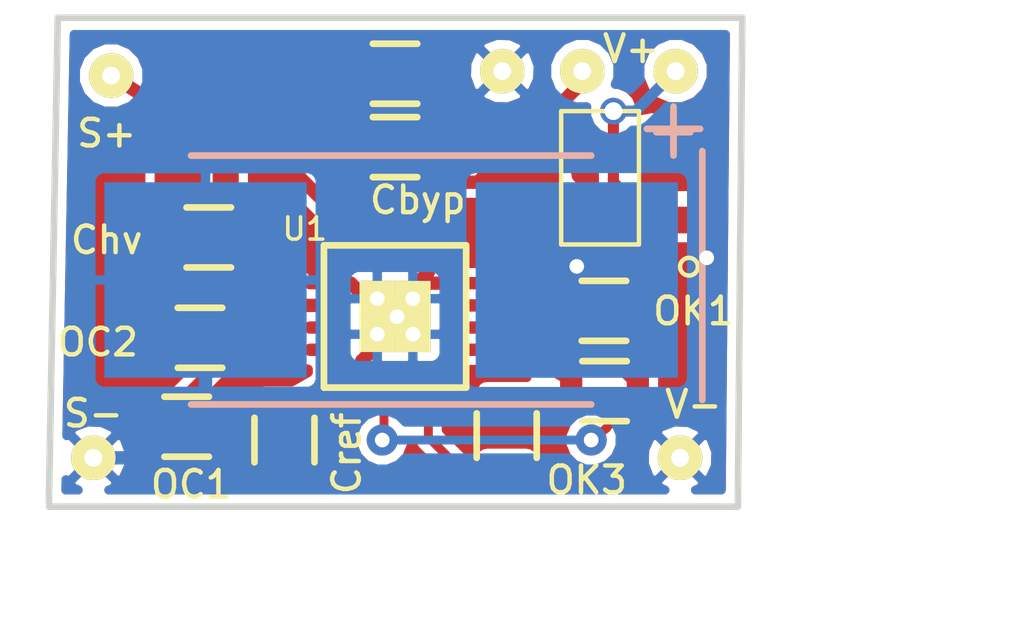
<source format=kicad_pcb>
(kicad_pcb (version 4) (host pcbnew 4.0.1-stable)

  (general
    (links 46)
    (no_connects 1)
    (area 137.593667 96.06598 168.499334 113.165)
    (thickness 1.6)
    (drawings 4)
    (tracks 104)
    (zones 0)
    (modules 19)
    (nets 13)
  )

  (page A4)
  (layers
    (0 F.Cu signal)
    (31 B.Cu signal hide)
    (32 B.Adhes user hide)
    (33 F.Adhes user hide)
    (34 B.Paste user hide)
    (35 F.Paste user hide)
    (36 B.SilkS user hide)
    (37 F.SilkS user)
    (38 B.Mask user)
    (39 F.Mask user)
    (40 Dwgs.User user)
    (41 Cmts.User user)
    (42 Eco1.User user)
    (43 Eco2.User user)
    (44 Edge.Cuts user)
    (45 Margin user)
    (46 B.CrtYd user)
    (47 F.CrtYd user)
    (48 B.Fab user)
    (49 F.Fab user)
  )

  (setup
    (last_trace_width 0.25)
    (trace_clearance 0.2)
    (zone_clearance 0.2)
    (zone_45_only no)
    (trace_min 0.2)
    (segment_width 0.2)
    (edge_width 0.15)
    (via_size 0.6)
    (via_drill 0.4)
    (via_min_size 0.4)
    (via_min_drill 0.3)
    (uvia_size 0.3)
    (uvia_drill 0.1)
    (uvias_allowed no)
    (uvia_min_size 0.2)
    (uvia_min_drill 0.1)
    (pcb_text_width 0.3)
    (pcb_text_size 1.5 1.5)
    (mod_edge_width 0.15)
    (mod_text_size 1 1)
    (mod_text_width 0.15)
    (pad_size 1.6002 1.6002)
    (pad_drill 0)
    (pad_to_mask_clearance 0.05)
    (solder_mask_min_width 0.1)
    (pad_to_paste_clearance -0.05)
    (aux_axis_origin 158.75 100.965)
    (grid_origin 143.002 110.49)
    (visible_elements FFFE7F7F)
    (pcbplotparams
      (layerselection 0x010e8_80000001)
      (usegerberextensions false)
      (excludeedgelayer true)
      (linewidth 0.100000)
      (plotframeref false)
      (viasonmask false)
      (mode 1)
      (useauxorigin false)
      (hpglpennumber 1)
      (hpglpenspeed 20)
      (hpglpendiameter 15)
      (hpglpenoverlay 2)
      (psnegative false)
      (psa4output false)
      (plotreference true)
      (plotvalue false)
      (plotinvisibletext false)
      (padsonsilk false)
      (subtractmaskfromsilk false)
      (outputformat 1)
      (mirror false)
      (drillshape 0)
      (scaleselection 1)
      (outputdirectory Gerber/))
  )

  (net 0 "")
  (net 1 bat)
  (net 2 GNDPWR)
  (net 3 vstor)
  (net 4 vin)
  (net 5 vref)
  (net 6 lbst)
  (net 7 bat_ok)
  (net 8 mppt)
  (net 9 ok_prog)
  (net 10 ok_hyst)
  (net 11 rdiv)
  (net 12 SwitchedPower)

  (net_class Default "This is the default net class."
    (clearance 0.2)
    (trace_width 0.25)
    (via_dia 0.6)
    (via_drill 0.4)
    (uvia_dia 0.3)
    (uvia_drill 0.1)
    (add_net SwitchedPower)
  )

  (net_class OSHpark ""
    (clearance 0.2)
    (trace_width 0.2)
    (via_dia 0.7)
    (via_drill 0.33)
    (uvia_dia 0.3)
    (uvia_drill 0.1)
  )

  (net_class logic ""
    (clearance 0.2)
    (trace_width 0.2)
    (via_dia 0.7)
    (via_drill 0.33)
    (uvia_dia 0.3)
    (uvia_drill 0.1)
    (add_net bat_ok)
    (add_net mppt)
    (add_net ok_hyst)
    (add_net ok_prog)
    (add_net rdiv)
    (add_net vref)
  )

  (net_class power ""
    (clearance 0.19)
    (trace_width 0.3)
    (via_dia 0.7)
    (via_drill 0.33)
    (uvia_dia 0.3)
    (uvia_drill 0.1)
    (add_net GNDPWR)
    (add_net bat)
    (add_net lbst)
    (add_net vin)
    (add_net vstor)
  )

  (module myFootprints:TH400nm (layer F.Cu) (tedit 587A4A90) (tstamp 55D0F9EB)
    (at 162.491 112.19)
    (path /55CF5210)
    (fp_text reference BatGnd1 (at -10.189 -14.4) (layer F.SilkS) hide
      (effects (font (size 0.6 0.6) (thickness 0.1)))
    )
    (fp_text value CONN_01X01 (at 0.9 0) (layer F.Fab) hide
      (effects (font (size 1 1) (thickness 0.15)))
    )
    (pad 1 thru_hole circle (at -11.489 -12.3) (size 1 1) (drill 0.4) (layers *.Cu *.Mask F.SilkS)
      (net 2 GNDPWR))
  )

  (module Resistors_SMD:R_0603 placed (layer F.Cu) (tedit 587A4234) (tstamp 55D0E126)
    (at 148.59 101.6)
    (descr "Resistor SMD 0603, reflow soldering, Vishay (see dcrcw.pdf)")
    (tags "resistor 0603")
    (path /55CF49F9)
    (attr smd)
    (fp_text reference Cbyp (at 0.512 1.19) (layer F.SilkS)
      (effects (font (size 0.6 0.6) (thickness 0.1)))
    )
    (fp_text value 0.01uF (at 0 1.9) (layer F.Fab)
      (effects (font (size 1 1) (thickness 0.15)))
    )
    (fp_line (start -1.3 -0.8) (end 1.3 -0.8) (layer F.CrtYd) (width 0.05))
    (fp_line (start -1.3 0.8) (end 1.3 0.8) (layer F.CrtYd) (width 0.05))
    (fp_line (start -1.3 -0.8) (end -1.3 0.8) (layer F.CrtYd) (width 0.05))
    (fp_line (start 1.3 -0.8) (end 1.3 0.8) (layer F.CrtYd) (width 0.05))
    (fp_line (start 0.5 0.675) (end -0.5 0.675) (layer F.SilkS) (width 0.15))
    (fp_line (start -0.5 -0.675) (end 0.5 -0.675) (layer F.SilkS) (width 0.15))
    (pad 1 smd rect (at -0.75 0) (size 0.5 0.9) (layers F.Cu F.Paste F.Mask)
      (net 3 vstor))
    (pad 2 smd rect (at 0.75 0) (size 0.5 0.9) (layers F.Cu F.Paste F.Mask)
      (net 2 GNDPWR))
    (model Resistors_SMD.3dshapes/R_0603.wrl
      (at (xyz 0 0 0))
      (scale (xyz 1 1 1))
      (rotate (xyz 0 0 0))
    )
  )

  (module Resistors_SMD:R_0603 placed (layer F.Cu) (tedit 587A407C) (tstamp 55D0E132)
    (at 144.399 103.632)
    (descr "Resistor SMD 0603, reflow soldering, Vishay (see dcrcw.pdf)")
    (tags "resistor 0603")
    (path /55CF42CB)
    (attr smd)
    (fp_text reference Chv (at -2.297 0.058) (layer F.SilkS)
      (effects (font (size 0.6 0.6) (thickness 0.1)))
    )
    (fp_text value 4.7uF (at 0 1.9) (layer F.Fab)
      (effects (font (size 1 1) (thickness 0.15)))
    )
    (fp_line (start -1.3 -0.8) (end 1.3 -0.8) (layer F.CrtYd) (width 0.05))
    (fp_line (start -1.3 0.8) (end 1.3 0.8) (layer F.CrtYd) (width 0.05))
    (fp_line (start -1.3 -0.8) (end -1.3 0.8) (layer F.CrtYd) (width 0.05))
    (fp_line (start 1.3 -0.8) (end 1.3 0.8) (layer F.CrtYd) (width 0.05))
    (fp_line (start 0.5 0.675) (end -0.5 0.675) (layer F.SilkS) (width 0.15))
    (fp_line (start -0.5 -0.675) (end 0.5 -0.675) (layer F.SilkS) (width 0.15))
    (pad 1 smd rect (at -0.75 0) (size 0.5 0.9) (layers F.Cu F.Paste F.Mask)
      (net 4 vin))
    (pad 2 smd rect (at 0.75 0) (size 0.5 0.9) (layers F.Cu F.Paste F.Mask)
      (net 2 GNDPWR))
    (model Resistors_SMD.3dshapes/R_0603.wrl
      (at (xyz 0 0 0))
      (scale (xyz 1 1 1))
      (rotate (xyz 0 0 0))
    )
  )

  (module Resistors_SMD:R_0603 placed (layer F.Cu) (tedit 587A48A2) (tstamp 55D0E13E)
    (at 146.102 108.19 270)
    (descr "Resistor SMD 0603, reflow soldering, Vishay (see dcrcw.pdf)")
    (tags "resistor 0603")
    (path /55CF420A)
    (attr smd)
    (fp_text reference Cref (at 0.3 -1.4 270) (layer F.SilkS)
      (effects (font (size 0.6 0.6) (thickness 0.1)))
    )
    (fp_text value 0.01uF (at 0 1.9 270) (layer F.Fab)
      (effects (font (size 1 1) (thickness 0.15)))
    )
    (fp_line (start -1.3 -0.8) (end 1.3 -0.8) (layer F.CrtYd) (width 0.05))
    (fp_line (start -1.3 0.8) (end 1.3 0.8) (layer F.CrtYd) (width 0.05))
    (fp_line (start -1.3 -0.8) (end -1.3 0.8) (layer F.CrtYd) (width 0.05))
    (fp_line (start 1.3 -0.8) (end 1.3 0.8) (layer F.CrtYd) (width 0.05))
    (fp_line (start 0.5 0.675) (end -0.5 0.675) (layer F.SilkS) (width 0.15))
    (fp_line (start -0.5 -0.675) (end 0.5 -0.675) (layer F.SilkS) (width 0.15))
    (pad 1 smd rect (at -0.75 0 270) (size 0.5 0.9) (layers F.Cu F.Paste F.Mask)
      (net 5 vref))
    (pad 2 smd rect (at 0.75 0 270) (size 0.5 0.9) (layers F.Cu F.Paste F.Mask)
      (net 2 GNDPWR))
    (model Resistors_SMD.3dshapes/R_0603.wrl
      (at (xyz 0 0 0))
      (scale (xyz 1 1 1))
      (rotate (xyz 0 0 0))
    )
  )

  (module Resistors_SMD:R_0603 placed (layer F.Cu) (tedit 587A4034) (tstamp 55D0E14A)
    (at 148.59 99.949)
    (descr "Resistor SMD 0603, reflow soldering, Vishay (see dcrcw.pdf)")
    (tags "resistor 0603")
    (path /55CF49A3)
    (attr smd)
    (fp_text reference Cstor1 (at 0 -1.9) (layer F.SilkS) hide
      (effects (font (size 1 1) (thickness 0.15)))
    )
    (fp_text value 4.7uF (at 0 1.9) (layer F.Fab)
      (effects (font (size 1 1) (thickness 0.15)))
    )
    (fp_line (start -1.3 -0.8) (end 1.3 -0.8) (layer F.CrtYd) (width 0.05))
    (fp_line (start -1.3 0.8) (end 1.3 0.8) (layer F.CrtYd) (width 0.05))
    (fp_line (start -1.3 -0.8) (end -1.3 0.8) (layer F.CrtYd) (width 0.05))
    (fp_line (start 1.3 -0.8) (end 1.3 0.8) (layer F.CrtYd) (width 0.05))
    (fp_line (start 0.5 0.675) (end -0.5 0.675) (layer F.SilkS) (width 0.15))
    (fp_line (start -0.5 -0.675) (end 0.5 -0.675) (layer F.SilkS) (width 0.15))
    (pad 1 smd rect (at -0.75 0) (size 0.5 0.9) (layers F.Cu F.Paste F.Mask)
      (net 3 vstor))
    (pad 2 smd rect (at 0.75 0) (size 0.5 0.9) (layers F.Cu F.Paste F.Mask)
      (net 2 GNDPWR))
    (model Resistors_SMD.3dshapes/R_0603.wrl
      (at (xyz 0 0 0))
      (scale (xyz 1 1 1))
      (rotate (xyz 0 0 0))
    )
  )

  (module Resistors_SMD:R_0603 placed (layer F.Cu) (tedit 587A42EC) (tstamp 55D0E195)
    (at 143.902 107.89)
    (descr "Resistor SMD 0603, reflow soldering, Vishay (see dcrcw.pdf)")
    (tags "resistor 0603")
    (path /55CF3C12)
    (attr smd)
    (fp_text reference OC1 (at 0.1 1.3) (layer F.SilkS)
      (effects (font (size 0.6 0.6) (thickness 0.1)))
    )
    (fp_text value R (at 0 1.9) (layer F.Fab)
      (effects (font (size 1 1) (thickness 0.15)))
    )
    (fp_line (start -1.3 -0.8) (end 1.3 -0.8) (layer F.CrtYd) (width 0.05))
    (fp_line (start -1.3 0.8) (end 1.3 0.8) (layer F.CrtYd) (width 0.05))
    (fp_line (start -1.3 -0.8) (end -1.3 0.8) (layer F.CrtYd) (width 0.05))
    (fp_line (start 1.3 -0.8) (end 1.3 0.8) (layer F.CrtYd) (width 0.05))
    (fp_line (start 0.5 0.675) (end -0.5 0.675) (layer F.SilkS) (width 0.15))
    (fp_line (start -0.5 -0.675) (end 0.5 -0.675) (layer F.SilkS) (width 0.15))
    (pad 1 smd rect (at -0.75 0) (size 0.5 0.9) (layers F.Cu F.Paste F.Mask)
      (net 8 mppt))
    (pad 2 smd rect (at 0.75 0) (size 0.5 0.9) (layers F.Cu F.Paste F.Mask)
      (net 2 GNDPWR))
    (model Resistors_SMD.3dshapes/R_0603.wrl
      (at (xyz 0 0 0))
      (scale (xyz 1 1 1))
      (rotate (xyz 0 0 0))
    )
  )

  (module Resistors_SMD:R_0603 placed (layer F.Cu) (tedit 587A4085) (tstamp 55D0E1A1)
    (at 144.202 105.89)
    (descr "Resistor SMD 0603, reflow soldering, Vishay (see dcrcw.pdf)")
    (tags "resistor 0603")
    (path /55CF3BF5)
    (attr smd)
    (fp_text reference OC2 (at -2.3 0.1) (layer F.SilkS)
      (effects (font (size 0.6 0.6) (thickness 0.1)))
    )
    (fp_text value R (at 0 1.9) (layer F.Fab)
      (effects (font (size 1 1) (thickness 0.15)))
    )
    (fp_line (start -1.3 -0.8) (end 1.3 -0.8) (layer F.CrtYd) (width 0.05))
    (fp_line (start -1.3 0.8) (end 1.3 0.8) (layer F.CrtYd) (width 0.05))
    (fp_line (start -1.3 -0.8) (end -1.3 0.8) (layer F.CrtYd) (width 0.05))
    (fp_line (start 1.3 -0.8) (end 1.3 0.8) (layer F.CrtYd) (width 0.05))
    (fp_line (start 0.5 0.675) (end -0.5 0.675) (layer F.SilkS) (width 0.15))
    (fp_line (start -0.5 -0.675) (end 0.5 -0.675) (layer F.SilkS) (width 0.15))
    (pad 1 smd rect (at -0.75 0) (size 0.5 0.9) (layers F.Cu F.Paste F.Mask)
      (net 4 vin))
    (pad 2 smd rect (at 0.75 0) (size 0.5 0.9) (layers F.Cu F.Paste F.Mask)
      (net 8 mppt))
    (model Resistors_SMD.3dshapes/R_0603.wrl
      (at (xyz 0 0 0))
      (scale (xyz 1 1 1))
      (rotate (xyz 0 0 0))
    )
  )

  (module Resistors_SMD:R_0603 placed (layer F.Cu) (tedit 587A4114) (tstamp 55D0E1AD)
    (at 153.289 105.283)
    (descr "Resistor SMD 0603, reflow soldering, Vishay (see dcrcw.pdf)")
    (tags "resistor 0603")
    (path /55CF3CA6)
    (attr smd)
    (fp_text reference OK1 (at 2.013 0.007) (layer F.SilkS)
      (effects (font (size 0.6 0.6) (thickness 0.1)))
    )
    (fp_text value R (at 0 1.9) (layer F.Fab)
      (effects (font (size 1 1) (thickness 0.15)))
    )
    (fp_line (start -1.3 -0.8) (end 1.3 -0.8) (layer F.CrtYd) (width 0.05))
    (fp_line (start -1.3 0.8) (end 1.3 0.8) (layer F.CrtYd) (width 0.05))
    (fp_line (start -1.3 -0.8) (end -1.3 0.8) (layer F.CrtYd) (width 0.05))
    (fp_line (start 1.3 -0.8) (end 1.3 0.8) (layer F.CrtYd) (width 0.05))
    (fp_line (start 0.5 0.675) (end -0.5 0.675) (layer F.SilkS) (width 0.15))
    (fp_line (start -0.5 -0.675) (end 0.5 -0.675) (layer F.SilkS) (width 0.15))
    (pad 1 smd rect (at -0.75 0) (size 0.5 0.9) (layers F.Cu F.Paste F.Mask)
      (net 9 ok_prog))
    (pad 2 smd rect (at 0.75 0) (size 0.5 0.9) (layers F.Cu F.Paste F.Mask)
      (net 2 GNDPWR))
    (model Resistors_SMD.3dshapes/R_0603.wrl
      (at (xyz 0 0 0))
      (scale (xyz 1 1 1))
      (rotate (xyz 0 0 0))
    )
  )

  (module Resistors_SMD:R_0603 placed (layer F.Cu) (tedit 587A40CE) (tstamp 55D0E1B9)
    (at 153.302 107.09)
    (descr "Resistor SMD 0603, reflow soldering, Vishay (see dcrcw.pdf)")
    (tags "resistor 0603")
    (path /55CF3C7C)
    (attr smd)
    (fp_text reference ROK2 (at 0 -1.9) (layer F.SilkS) hide
      (effects (font (size 1 1) (thickness 0.15)))
    )
    (fp_text value R (at 0 1.9) (layer F.Fab)
      (effects (font (size 1 1) (thickness 0.15)))
    )
    (fp_line (start -1.3 -0.8) (end 1.3 -0.8) (layer F.CrtYd) (width 0.05))
    (fp_line (start -1.3 0.8) (end 1.3 0.8) (layer F.CrtYd) (width 0.05))
    (fp_line (start -1.3 -0.8) (end -1.3 0.8) (layer F.CrtYd) (width 0.05))
    (fp_line (start 1.3 -0.8) (end 1.3 0.8) (layer F.CrtYd) (width 0.05))
    (fp_line (start 0.5 0.675) (end -0.5 0.675) (layer F.SilkS) (width 0.15))
    (fp_line (start -0.5 -0.675) (end 0.5 -0.675) (layer F.SilkS) (width 0.15))
    (pad 1 smd rect (at -0.75 0) (size 0.5 0.9) (layers F.Cu F.Paste F.Mask)
      (net 10 ok_hyst))
    (pad 2 smd rect (at 0.75 0) (size 0.5 0.9) (layers F.Cu F.Paste F.Mask)
      (net 9 ok_prog))
    (model Resistors_SMD.3dshapes/R_0603.wrl
      (at (xyz 0 0 0))
      (scale (xyz 1 1 1))
      (rotate (xyz 0 0 0))
    )
  )

  (module Resistors_SMD:R_0603 placed (layer F.Cu) (tedit 587A4157) (tstamp 55D0E1C5)
    (at 151.102 108.09 90)
    (descr "Resistor SMD 0603, reflow soldering, Vishay (see dcrcw.pdf)")
    (tags "resistor 0603")
    (path /55CF3C3D)
    (attr smd)
    (fp_text reference OK3 (at -1 1.8 180) (layer F.SilkS)
      (effects (font (size 0.6 0.6) (thickness 0.1)))
    )
    (fp_text value R (at 0 1.9 90) (layer F.Fab)
      (effects (font (size 1 1) (thickness 0.15)))
    )
    (fp_line (start -1.3 -0.8) (end 1.3 -0.8) (layer F.CrtYd) (width 0.05))
    (fp_line (start -1.3 0.8) (end 1.3 0.8) (layer F.CrtYd) (width 0.05))
    (fp_line (start -1.3 -0.8) (end -1.3 0.8) (layer F.CrtYd) (width 0.05))
    (fp_line (start 1.3 -0.8) (end 1.3 0.8) (layer F.CrtYd) (width 0.05))
    (fp_line (start 0.5 0.675) (end -0.5 0.675) (layer F.SilkS) (width 0.15))
    (fp_line (start -0.5 -0.675) (end 0.5 -0.675) (layer F.SilkS) (width 0.15))
    (pad 1 smd rect (at -0.75 0 90) (size 0.5 0.9) (layers F.Cu F.Paste F.Mask)
      (net 11 rdiv))
    (pad 2 smd rect (at 0.75 0 90) (size 0.5 0.9) (layers F.Cu F.Paste F.Mask)
      (net 10 ok_hyst))
    (model Resistors_SMD.3dshapes/R_0603.wrl
      (at (xyz 0 0 0))
      (scale (xyz 1 1 1))
      (rotate (xyz 0 0 0))
    )
  )

  (module myFootprints:TH400nm (layer F.Cu) (tedit 587A417F) (tstamp 55D0F9E7)
    (at 152.802 99.89)
    (path /55CF5106)
    (fp_text reference Bat1 (at -0.5 -2.2) (layer F.SilkS) hide
      (effects (font (size 0.6 0.6) (thickness 0.1)))
    )
    (fp_text value Bat (at 0.9 0) (layer F.Fab) hide
      (effects (font (size 1 1) (thickness 0.15)))
    )
    (pad 1 thru_hole circle (at 0 0) (size 1 1) (drill 0.4) (layers *.Cu *.Mask F.SilkS)
      (net 1 bat))
  )

  (module myFootprints:TH400nm (layer F.Cu) (tedit 587A4262) (tstamp 55D0FA00)
    (at 142.202 99.99)
    (path /55CF4631)
    (fp_text reference S+ (at -0.1 1.3) (layer F.SilkS)
      (effects (font (size 0.6 0.6) (thickness 0.1)))
    )
    (fp_text value CONN_01X01 (at 0.9 0) (layer F.Fab) hide
      (effects (font (size 1 1) (thickness 0.15)))
    )
    (pad 1 thru_hole circle (at 0 0) (size 1 1) (drill 0.4) (layers *.Cu *.Mask F.SilkS)
      (net 4 vin))
  )

  (module myFootprints:TH400nm (layer F.Cu) (tedit 587A425A) (tstamp 55D0FA04)
    (at 141.802 108.59)
    (path /55CF477D)
    (fp_text reference S- (at 0 -1) (layer F.SilkS)
      (effects (font (size 0.6 0.6) (thickness 0.1)))
    )
    (fp_text value CONN_01X01 (at 0.9 0) (layer F.Fab) hide
      (effects (font (size 1 1) (thickness 0.15)))
    )
    (pad 1 thru_hole circle (at 0 0) (size 1 1) (drill 0.4) (layers *.Cu *.Mask F.SilkS)
      (net 2 GNDPWR))
  )

  (module myFootprints:SOT23-6Handsolderable (layer F.Cu) (tedit 587A4122) (tstamp 58792686)
    (at 153.202 102.29 180)
    (descr "6 pins, \"Small Outline Transistor\"\nbased on Texas Instruments package named: DBV\nTypical part Texas Instruments TPS22860\nDiscrepancy from TI recommendations: rounded pads")
    (path /58792899)
    (fp_text reference U2 (at 0 -2.2 180) (layer F.SilkS) hide
      (effects (font (size 0.625 0.625) (thickness 0.1)))
    )
    (fp_text value TPS22860 (at 0 2.2 180) (layer F.SilkS) hide
      (effects (font (size 0.625 0.625) (thickness 0.1)))
    )
    (fp_line (start -0.875 1.5) (end 0.875 1.5) (layer F.SilkS) (width 0.1))
    (fp_line (start 0.875 1.5) (end 0.875 -1.5) (layer F.SilkS) (width 0.1))
    (fp_line (start 0.875 -1.5) (end -0.875 -1.5) (layer F.SilkS) (width 0.1))
    (fp_line (start -0.875 -1.5) (end -0.875 1.5) (layer F.SilkS) (width 0.1))
    (fp_circle (center -2 -2) (end -1.858579 -1.858579) (layer F.SilkS) (width 0.1))
    (pad 1 smd oval (at -1.6 -0.95) (size 1.5 0.6) (layers F.Cu F.Paste F.Mask)
      (net 12 SwitchedPower))
    (pad 2 smd oval (at -1.6 0) (size 1.5 0.6) (layers F.Cu F.Paste F.Mask)
      (net 2 GNDPWR))
    (pad 3 smd oval (at -1.6 0.95) (size 1.5 0.6) (layers F.Cu F.Paste F.Mask))
    (pad 4 smd oval (at 1.6 0.95 180) (size 1.5 0.6) (layers F.Cu F.Paste F.Mask)
      (net 1 bat))
    (pad 5 smd oval (at 1.6 0 180) (size 1.5 0.6) (layers F.Cu F.Paste F.Mask)
      (net 1 bat))
    (pad 6 smd oval (at 1.6 -0.95 180) (size 1.5 0.6) (layers F.Cu F.Paste F.Mask)
      (net 7 bat_ok))
  )

  (module myFootprints:TH400nm (layer F.Cu) (tedit 587A4194) (tstamp 5879268B)
    (at 154.902 99.89)
    (path /55CF516A)
    (fp_text reference V+ (at -1 -0.5) (layer F.SilkS)
      (effects (font (size 0.6 0.6) (thickness 0.1)))
    )
    (fp_text value M- (at 0.9 0) (layer F.Fab) hide
      (effects (font (size 1 1) (thickness 0.15)))
    )
    (pad 1 thru_hole circle (at 0 0) (size 1 1) (drill 0.4) (layers *.Cu *.Mask F.SilkS)
      (net 12 SwitchedPower))
  )

  (module myFootprints:TH400nm (layer F.Cu) (tedit 587A40C2) (tstamp 58792690)
    (at 154.702 110.69)
    (path /55CF51BB)
    (fp_text reference V- (at 0.6 -3.3) (layer F.SilkS)
      (effects (font (size 0.6 0.6) (thickness 0.1)))
    )
    (fp_text value M+ (at 0.9 0) (layer F.Fab) hide
      (effects (font (size 1 1) (thickness 0.15)))
    )
    (pad 1 thru_hole circle (at 0.3 -2.1) (size 1 1) (drill 0.4) (layers *.Cu *.Mask F.SilkS)
      (net 2 GNDPWR))
  )

  (module Capacitors_Tantalum_SMD:TantalC_SizeE_EIA-7360_HandSoldering (layer B.Cu) (tedit 5879609D) (tstamp 58792F3A)
    (at 148.502 104.59 180)
    (descr "Tantal Cap. , Size E, EIA-7360, Hand Soldering,")
    (tags "Tantal Cap. , Size E, EIA-7360, Hand Soldering,")
    (path /58792EBD)
    (attr smd)
    (fp_text reference CBat1 (at -0.39878 7.39902 180) (layer B.SilkS) hide
      (effects (font (size 1 1) (thickness 0.15)) (justify mirror))
    )
    (fp_text value CP (at 0 -4.50088 180) (layer B.Fab)
      (effects (font (size 1 1) (thickness 0.15)) (justify mirror))
    )
    (fp_line (start -7.00024 2.90068) (end -7.00024 -2.69748) (layer B.SilkS) (width 0.15))
    (fp_line (start -4.50088 -2.79908) (end 4.50088 -2.79908) (layer B.SilkS) (width 0.15))
    (fp_line (start 4.50088 2.79908) (end -4.50088 2.79908) (layer B.SilkS) (width 0.15))
    (fp_text user + (at -6.35 3.39852 180) (layer B.SilkS)
      (effects (font (size 1 1) (thickness 0.15)) (justify mirror))
    )
    (fp_line (start -6.35254 3.90144) (end -6.35254 2.80162) (layer B.SilkS) (width 0.15))
    (fp_line (start -6.95198 3.40106) (end -5.7531 3.40106) (layer B.SilkS) (width 0.15))
    (pad 2 smd rect (at 4.17576 0 180) (size 4.54914 4.39928) (layers B.Cu B.Paste B.Mask)
      (net 2 GNDPWR))
    (pad 1 smd rect (at -4.17576 0 180) (size 4.54914 4.39928) (layers B.Cu B.Paste B.Mask)
      (net 1 bat))
    (model Capacitors_Tantalum_SMD.3dshapes/TantalC_SizeE_EIA-7360_HandSoldering.wrl
      (at (xyz 0 0 0))
      (scale (xyz 1 1 1))
      (rotate (xyz 0 0 180))
    )
  )

  (module myFootprints:QFN16thermalpasted (layer F.Cu) (tedit 55D4C881) (tstamp 58792F40)
    (at 148.59 105.41)
    (path /55CB697C)
    (fp_text reference U1 (at -2.032 -1.9685) (layer F.SilkS)
      (effects (font (size 0.5 0.5) (thickness 0.08)))
    )
    (fp_text value BQ25504 (at 0.1905 -3.3655) (layer F.SilkS) hide
      (effects (font (size 1.016 1.016) (thickness 0.1524)))
    )
    (fp_line (start -1.6 -1.6) (end -1.6 1.6) (layer F.SilkS) (width 0.15))
    (fp_line (start 1.6 1.6) (end 1.6 -1.6) (layer F.SilkS) (width 0.15))
    (fp_line (start -1.6 1.6) (end 1.6 1.6) (layer F.SilkS) (width 0.15))
    (fp_line (start -1.6 -1.6) (end 1.6 -1.6) (layer F.SilkS) (width 0.15))
    (pad 17 thru_hole rect (at -0.4 0.4) (size 0.8 0.8) (drill 0.33) (layers *.Cu *.Mask F.SilkS)
      (net 2 GNDPWR))
    (pad 17 thru_hole rect (at -0.4 -0.4) (size 0.8 0.8) (drill 0.33) (layers *.Cu *.Mask F.SilkS)
      (net 2 GNDPWR))
    (pad 17 thru_hole rect (at 0.4 0.4) (size 0.8 0.8) (drill 0.33) (layers *.Cu *.Mask F.SilkS)
      (net 2 GNDPWR))
    (pad 17 smd rect (at -0.4 -0.4) (size 0.68 0.68) (layers F.Cu F.Paste F.Mask)
      (net 2 GNDPWR))
    (pad 17 smd rect (at -0.4 0.4) (size 0.68 0.68) (layers F.Cu F.Paste F.Mask)
      (net 2 GNDPWR))
    (pad 17 smd rect (at 0.4 0.4) (size 0.68 0.68) (layers F.Cu F.Paste F.Mask)
      (net 2 GNDPWR))
    (pad 17 thru_hole rect (at 0.0445 0.0055) (size 0.85 0.85) (drill 0.33) (layers *.Cu *.Mask F.SilkS)
      (net 2 GNDPWR))
    (pad 17 thru_hole rect (at 0.4 -0.4) (size 0.8 0.8) (drill 0.33) (layers *.Cu *.Mask F.SilkS)
      (net 2 GNDPWR))
    (pad 1 smd oval (at -1.5494 -0.7493) (size 1.00076 0.2794) (layers F.Cu F.Paste F.Mask)
      (net 2 GNDPWR))
    (pad 2 smd oval (at -1.5494 -0.24892) (size 1.00076 0.2794) (layers F.Cu F.Paste F.Mask)
      (net 4 vin))
    (pad 3 smd oval (at -1.5494 0.24892) (size 1.00076 0.2794) (layers F.Cu F.Paste F.Mask)
      (net 8 mppt))
    (pad 4 smd oval (at -1.5494 0.7493) (size 1.00076 0.2794) (layers F.Cu F.Paste F.Mask)
      (net 5 vref))
    (pad 5 smd oval (at -0.7493 1.5494 90) (size 1.00076 0.2794) (layers F.Cu F.Paste F.Mask)
      (net 2 GNDPWR))
    (pad 6 smd oval (at -0.24892 1.5494 90) (size 1.00076 0.2794) (layers F.Cu F.Paste F.Mask)
      (net 9 ok_prog))
    (pad 7 smd oval (at 0.24892 1.5494 90) (size 1.00076 0.2794) (layers F.Cu F.Paste F.Mask)
      (net 11 rdiv))
    (pad 8 smd oval (at 0.7493 1.5494 90) (size 1.00076 0.2794) (layers F.Cu F.Paste F.Mask)
      (net 11 rdiv))
    (pad 9 smd oval (at 1.5494 0.7493) (size 1.00076 0.2794) (layers F.Cu F.Paste F.Mask)
      (net 10 ok_hyst))
    (pad 10 smd oval (at 1.5494 0.24892) (size 1.00076 0.2794) (layers F.Cu F.Paste F.Mask)
      (net 9 ok_prog))
    (pad 11 smd oval (at 1.5494 -0.24892) (size 1.00076 0.2794) (layers F.Cu F.Paste F.Mask)
      (net 7 bat_ok))
    (pad 12 smd oval (at 1.5494 -0.7493) (size 1.00076 0.2794) (layers F.Cu F.Paste F.Mask)
      (net 2 GNDPWR))
    (pad 13 smd oval (at 0.7493 -1.5494 90) (size 1.00076 0.2794) (layers F.Cu F.Paste F.Mask)
      (net 2 GNDPWR))
    (pad 14 smd oval (at 0.24892 -1.5494 90) (size 1.00076 0.2794) (layers F.Cu F.Paste F.Mask)
      (net 1 bat))
    (pad 15 smd oval (at -0.24892 -1.5494 90) (size 1.00076 0.2794) (layers F.Cu F.Paste F.Mask)
      (net 3 vstor))
    (pad 16 smd oval (at -0.7493 -1.5494 90) (size 1.00076 0.2794) (layers F.Cu F.Paste F.Mask)
      (net 6 lbst))
    (pad 17 smd rect (at 0.4 -0.4) (size 0.68 0.68) (layers F.Cu F.Paste F.Mask)
      (net 2 GNDPWR))
  )

  (module myFootprints:Wurth2828 (layer F.Cu) (tedit 587A48AA) (tstamp 58792F3B)
    (at 144.78 100.965)
    (path /55CF436E)
    (fp_text reference L1 (at 0 1.2) (layer F.SilkS) hide
      (effects (font (size 1 1) (thickness 0.1)))
    )
    (fp_text value 22uH (at 0 -0.5) (layer F.Fab)
      (effects (font (size 1 1) (thickness 0.15)))
    )
    (pad 1 smd rect (at 1.05 0) (size 1.1 3.2) (layers F.Cu F.Paste F.Mask)
      (net 6 lbst))
    (pad 2 smd rect (at -1.05 0) (size 1.1 3.2) (layers F.Cu F.Paste F.Mask)
      (net 4 vin))
  )

  (gr_line (start 141.002 98.69) (end 156.402 98.69) (angle 90) (layer Edge.Cuts) (width 0.15))
  (gr_line (start 140.802 109.59) (end 141.002 98.69) (angle 90) (layer Edge.Cuts) (width 0.15))
  (gr_line (start 156.402 98.69) (end 156.302 109.69) (angle 90) (layer Edge.Cuts) (width 0.15))
  (gr_line (start 140.802 109.69) (end 156.302 109.69) (angle 90) (layer Edge.Cuts) (width 0.15))

  (segment (start 151.602 102.29) (end 152.052 102.29) (width 0.3) (layer F.Cu) (net 1))
  (segment (start 152.052 102.29) (end 152.70201 102.94001) (width 0.3) (layer F.Cu) (net 1))
  (segment (start 152.70201 102.94001) (end 152.70201 104.258748) (width 0.3) (layer F.Cu) (net 1))
  (segment (start 152.70201 104.258748) (end 152.67776 104.282998) (width 0.3) (layer F.Cu) (net 1))
  (via (at 152.67776 104.282998) (size 0.7) (drill 0.33) (layers F.Cu B.Cu) (net 1))
  (segment (start 152.802 99.89) (end 152.802 100.14) (width 0.3) (layer F.Cu) (net 1))
  (segment (start 152.802 100.14) (end 151.602 101.34) (width 0.3) (layer F.Cu) (net 1) (tstamp 587B03E5))
  (segment (start 151.602 102.29) (end 151.602 101.34) (width 0.3) (layer F.Cu) (net 1))
  (segment (start 148.83892 103.8606) (end 148.83892 103.06022) (width 0.3) (layer F.Cu) (net 1))
  (segment (start 148.83892 103.06022) (end 149.509139 102.390001) (width 0.3) (layer F.Cu) (net 1))
  (segment (start 149.509139 102.390001) (end 150.451999 102.390001) (width 0.3) (layer F.Cu) (net 1))
  (segment (start 150.552 102.29) (end 151.602 102.29) (width 0.3) (layer F.Cu) (net 1))
  (segment (start 150.451999 102.390001) (end 150.552 102.29) (width 0.3) (layer F.Cu) (net 1))
  (segment (start 144.32624 104.59) (end 144.32624 107.08964) (width 0.3) (layer B.Cu) (net 2))
  (segment (start 144.32624 107.08964) (end 142.82588 108.59) (width 0.3) (layer B.Cu) (net 2))
  (segment (start 142.82588 108.59) (end 142.509106 108.59) (width 0.3) (layer B.Cu) (net 2))
  (segment (start 142.509106 108.59) (end 141.802 108.59) (width 0.3) (layer B.Cu) (net 2))
  (segment (start 145.149 103.632) (end 146.0119 103.632) (width 0.3) (layer F.Cu) (net 2))
  (segment (start 146.0119 103.632) (end 147.0406 104.6607) (width 0.3) (layer F.Cu) (net 2))
  (segment (start 154.039 105.283) (end 154.409 105.283) (width 0.3) (layer F.Cu) (net 2))
  (segment (start 154.409 105.283) (end 155.602 104.09) (width 0.3) (layer F.Cu) (net 2))
  (via (at 155.602 104.09) (size 0.7) (drill 0.33) (layers F.Cu B.Cu) (net 2))
  (segment (start 147.8407 106.9594) (end 147.8407 106.406546) (width 0.3) (layer F.Cu) (net 2))
  (segment (start 147.8407 106.406546) (end 148.59 105.657246) (width 0.3) (layer F.Cu) (net 2))
  (segment (start 148.59 105.657246) (end 148.59 105.41) (width 0.3) (layer F.Cu) (net 2))
  (segment (start 150.1394 104.6607) (end 149.3393 104.6607) (width 0.3) (layer F.Cu) (net 2))
  (segment (start 149.3393 104.6607) (end 148.59 105.41) (width 0.3) (layer F.Cu) (net 2))
  (segment (start 154.039 105.283) (end 154.039 104.927) (width 0.3) (layer F.Cu) (net 2))
  (segment (start 144.652 107.89) (end 144.652 107.829) (width 0.3) (layer F.Cu) (net 2) (status 30))
  (segment (start 147.0406 104.6607) (end 147.593454 104.6607) (width 0.3) (layer F.Cu) (net 2))
  (segment (start 147.593454 104.6607) (end 147.898254 104.9655) (width 0.3) (layer F.Cu) (net 2))
  (segment (start 147.898254 104.9655) (end 148.1455 104.9655) (width 0.3) (layer F.Cu) (net 2))
  (segment (start 149.34 101.6) (end 149.34 101.8) (width 0.3) (layer F.Cu) (net 2) (status 30))
  (segment (start 149.3393 103.49992) (end 149.3393 103.8606) (width 0.3) (layer F.Cu) (net 2) (status 30))
  (segment (start 149.34 99.949) (end 149.34 101.6) (width 0.3) (layer F.Cu) (net 2) (status 30))
  (segment (start 149.3393 103.8606) (end 149.3393 104.413454) (width 0.3) (layer F.Cu) (net 2) (status 10))
  (segment (start 149.3393 104.413454) (end 149.0345 104.718254) (width 0.3) (layer F.Cu) (net 2) (status 20))
  (segment (start 149.0345 104.718254) (end 149.0345 104.9655) (width 0.3) (layer F.Cu) (net 2) (status 30))
  (segment (start 154.039 105.083) (end 154.039 105.283) (width 0.2) (layer F.Cu) (net 2) (status 30))
  (segment (start 150.1394 104.6607) (end 150.409298 104.6607) (width 0.2) (layer F.Cu) (net 2) (status 30))
  (segment (start 150.1394 104.6607) (end 150.1394 104.6226) (width 0.2) (layer F.Cu) (net 2) (status 30))
  (segment (start 144.652 107.89) (end 144.652 108.09) (width 0.2) (layer F.Cu) (net 2) (status 30))
  (segment (start 144.652 108.09) (end 146.005 108.94) (width 0.2) (layer F.Cu) (net 2) (status 20))
  (segment (start 146.005 108.94) (end 146.102 108.94) (width 0.2) (layer F.Cu) (net 2) (status 30))
  (segment (start 147.84 101.6) (end 147.84 102.806666) (width 0.3) (layer F.Cu) (net 3) (status 10))
  (segment (start 148.336 103.302666) (end 148.336 103.85552) (width 0.3) (layer F.Cu) (net 3) (status 20))
  (segment (start 147.84 102.806666) (end 148.336 103.302666) (width 0.3) (layer F.Cu) (net 3))
  (segment (start 148.336 103.85552) (end 148.34108 103.8606) (width 0.3) (layer F.Cu) (net 3) (status 30))
  (segment (start 147.84 99.695) (end 147.84 101.6) (width 0.3) (layer F.Cu) (net 3) (status 30))
  (segment (start 142.202 99.99) (end 143.7005 100.93452) (width 0.3) (layer F.Cu) (net 4) (status 10))
  (segment (start 143.649 103.632) (end 143.649 101.04698) (width 0.25) (layer F.Cu) (net 4) (status 30))
  (segment (start 144.272 104.902) (end 144.272 105.422) (width 0.25) (layer F.Cu) (net 4))
  (segment (start 144.272 105.422) (end 143.452 105.89) (width 0.25) (layer F.Cu) (net 4) (tstamp 55D29B2B) (status 20))
  (segment (start 147.0406 105.16108) (end 146.05508 105.16108) (width 0.3) (layer F.Cu) (net 4) (status 10))
  (segment (start 146.05508 105.16108) (end 145.796 104.902) (width 0.3) (layer F.Cu) (net 4) (tstamp 55D29AE8))
  (segment (start 145.796 104.902) (end 144.272 104.902) (width 0.3) (layer F.Cu) (net 4) (tstamp 55D29AEF))
  (segment (start 144.272 104.902) (end 143.649 104.279) (width 0.3) (layer F.Cu) (net 4) (tstamp 55D29AF3))
  (segment (start 143.649 104.279) (end 143.649 101.04698) (width 0.3) (layer F.Cu) (net 4) (tstamp 55D29AF9) (status 20))
  (segment (start 143.7005 100.93452) (end 143.73098 100.965) (width 0.3) (layer F.Cu) (net 4) (status 30))
  (segment (start 143.649 101.04698) (end 143.73098 100.965) (width 0.25) (layer F.Cu) (net 4) (tstamp 55D29AFB) (status 30))
  (segment (start 147.0406 106.1593) (end 147.0406 106.9014) (width 0.2) (layer F.Cu) (net 5))
  (segment (start 147.0406 106.9014) (end 146.102 107.44) (width 0.2) (layer F.Cu) (net 5) (status 20))
  (segment (start 145.82902 100.965) (end 145.82902 101.66477) (width 0.3) (layer F.Cu) (net 6) (status 30))
  (segment (start 145.82902 101.66477) (end 147.83599 103.67174) (width 0.3) (layer F.Cu) (net 6) (status 30))
  (segment (start 147.83599 103.67174) (end 147.83599 103.8606) (width 0.3) (layer F.Cu) (net 6) (status 30))
  (segment (start 150.1394 105.16108) (end 150.83978 105.16108) (width 0.2) (layer F.Cu) (net 7))
  (segment (start 150.83978 105.16108) (end 151.602 104.39886) (width 0.2) (layer F.Cu) (net 7))
  (segment (start 151.602 104.39886) (end 151.602 103.74) (width 0.2) (layer F.Cu) (net 7))
  (segment (start 151.602 103.74) (end 151.602 103.24) (width 0.2) (layer F.Cu) (net 7))
  (segment (start 144.952 105.89) (end 144.952 106.09) (width 0.2) (layer F.Cu) (net 8))
  (segment (start 144.952 106.09) (end 143.152 107.89) (width 0.2) (layer F.Cu) (net 8))
  (segment (start 143.152 107.69) (end 143.152 107.89) (width 0.2) (layer F.Cu) (net 8) (status 30))
  (segment (start 147.0406 105.65892) (end 145.53508 105.65892) (width 0.2) (layer F.Cu) (net 8) (status 10))
  (segment (start 145.53508 105.65892) (end 144.952 105.89) (width 0.2) (layer F.Cu) (net 8) (status 20))
  (segment (start 152.539 105.283) (end 152.539 105.483) (width 0.2) (layer F.Cu) (net 9))
  (segment (start 152.539 105.483) (end 154.052 106.996) (width 0.2) (layer F.Cu) (net 9))
  (segment (start 154.052 106.996) (end 154.052 107.09) (width 0.2) (layer F.Cu) (net 9))
  (segment (start 148.34108 106.9594) (end 148.34108 108.15092) (width 0.2) (layer F.Cu) (net 9))
  (segment (start 153.3405 107.9285) (end 154.052 107.09) (width 0.2) (layer F.Cu) (net 9) (tstamp 58792B39) (status 20))
  (segment (start 153.002 108.19) (end 153.3405 107.9285) (width 0.2) (layer F.Cu) (net 9) (tstamp 58792B38))
  (via (at 153.002 108.19) (size 0.7) (drill 0.33) (layers F.Cu B.Cu) (net 9))
  (segment (start 148.302 108.19) (end 153.002 108.19) (width 0.2) (layer B.Cu) (net 9) (tstamp 58792B18))
  (via (at 148.302 108.19) (size 0.7) (drill 0.33) (layers F.Cu B.Cu) (net 9))
  (segment (start 148.34108 108.15092) (end 148.302 108.19) (width 0.2) (layer F.Cu) (net 9) (tstamp 58792B11))
  (segment (start 150.1394 105.65892) (end 152.16308 105.65892) (width 0.2) (layer F.Cu) (net 9) (status 10))
  (segment (start 152.16308 105.65892) (end 152.539 105.283) (width 0.2) (layer F.Cu) (net 9) (status 20))
  (segment (start 151.102 107.34) (end 152.302 107.34) (width 0.2) (layer F.Cu) (net 10))
  (segment (start 152.302 107.34) (end 152.552 107.09) (width 0.2) (layer F.Cu) (net 10))
  (segment (start 152.552 107.09) (end 152.552 107.29) (width 0.2) (layer F.Cu) (net 10) (status 30))
  (segment (start 150.1394 106.1593) (end 151.2658 106.1593) (width 0.2) (layer F.Cu) (net 10) (status 10))
  (segment (start 151.2658 106.1593) (end 152.552 106.89) (width 0.2) (layer F.Cu) (net 10) (status 20))
  (segment (start 152.552 106.89) (end 152.552 107.09) (width 0.2) (layer F.Cu) (net 10) (status 30))
  (segment (start 151.102 108.84) (end 150.052 108.84) (width 0.2) (layer F.Cu) (net 11) (status 10))
  (segment (start 149.3393 108.1273) (end 149.3393 107.65978) (width 0.2) (layer F.Cu) (net 11))
  (segment (start 150.052 108.84) (end 149.3393 108.1273) (width 0.2) (layer F.Cu) (net 11))
  (segment (start 149.3393 107.65978) (end 149.3393 106.9594) (width 0.2) (layer F.Cu) (net 11))
  (segment (start 148.83892 106.9594) (end 149.3393 106.9594) (width 0.2) (layer F.Cu) (net 11))
  (segment (start 153.502 100.79) (end 154.002 100.79) (width 0.25) (layer B.Cu) (net 12))
  (segment (start 154.002 100.79) (end 154.902 99.89) (width 0.25) (layer B.Cu) (net 12))
  (segment (start 154.802 103.24) (end 154.352 103.24) (width 0.25) (layer F.Cu) (net 12))
  (segment (start 154.352 103.24) (end 153.502 102.39) (width 0.25) (layer F.Cu) (net 12))
  (via (at 153.502 100.79) (size 0.6) (drill 0.4) (layers F.Cu B.Cu) (net 12))
  (segment (start 153.502 102.39) (end 153.502 102.323897) (width 0.25) (layer F.Cu) (net 12))
  (segment (start 153.502 102.323897) (end 153.502 100.79) (width 0.25) (layer F.Cu) (net 12))

  (zone (net 2) (net_name GNDPWR) (layer B.Cu) (tstamp 0) (hatch edge 0.508)
    (connect_pads (clearance 0.2))
    (min_thickness 0.2)
    (fill yes (arc_segments 16) (thermal_gap 0.2) (thermal_bridge_width 0.21))
    (polygon
      (pts
        (xy 157.353 110.617) (xy 157.353 96.52) (xy 139.902 96.72) (xy 139.902 110.817)
      )
    )
    (filled_polygon
      (pts
        (xy 155.930393 109.315) (xy 155.346917 109.315) (xy 155.432443 109.282851) (xy 155.477387 109.25282) (xy 155.522187 109.117258)
        (xy 155.002 108.597071) (xy 154.481813 109.117258) (xy 154.526613 109.25282) (xy 154.663695 109.315) (xy 142.146917 109.315)
        (xy 142.232443 109.282851) (xy 142.277387 109.25282) (xy 142.322187 109.117258) (xy 141.802 108.597071) (xy 141.281813 109.117258)
        (xy 141.326613 109.25282) (xy 141.463695 109.315) (xy 141.182109 109.315) (xy 141.186403 109.080993) (xy 141.274742 109.110187)
        (xy 141.794929 108.59) (xy 141.809071 108.59) (xy 142.329258 109.110187) (xy 142.46482 109.065387) (xy 142.596289 108.77555)
        (xy 142.606834 108.457465) (xy 142.554683 108.318726) (xy 147.651888 108.318726) (xy 147.750636 108.557714) (xy 147.933324 108.740722)
        (xy 148.17214 108.839887) (xy 148.430726 108.840112) (xy 148.669714 108.741364) (xy 148.821343 108.59) (xy 152.482866 108.59)
        (xy 152.633324 108.740722) (xy 152.87214 108.839887) (xy 153.130726 108.840112) (xy 153.369714 108.741364) (xy 153.388575 108.722535)
        (xy 154.197166 108.722535) (xy 154.309149 109.020443) (xy 154.33918 109.065387) (xy 154.474742 109.110187) (xy 154.994929 108.59)
        (xy 155.009071 108.59) (xy 155.529258 109.110187) (xy 155.66482 109.065387) (xy 155.796289 108.77555) (xy 155.806834 108.457465)
        (xy 155.694851 108.159557) (xy 155.66482 108.114613) (xy 155.529258 108.069813) (xy 155.009071 108.59) (xy 154.994929 108.59)
        (xy 154.474742 108.069813) (xy 154.33918 108.114613) (xy 154.207711 108.40445) (xy 154.197166 108.722535) (xy 153.388575 108.722535)
        (xy 153.552722 108.558676) (xy 153.651887 108.31986) (xy 153.65211 108.062742) (xy 154.481813 108.062742) (xy 155.002 108.582929)
        (xy 155.522187 108.062742) (xy 155.477387 107.92718) (xy 155.18755 107.795711) (xy 154.869465 107.785166) (xy 154.571557 107.897149)
        (xy 154.526613 107.92718) (xy 154.481813 108.062742) (xy 153.65211 108.062742) (xy 153.652112 108.061274) (xy 153.553364 107.822286)
        (xy 153.370676 107.639278) (xy 153.13186 107.540113) (xy 152.873274 107.539888) (xy 152.634286 107.638636) (xy 152.482657 107.79)
        (xy 148.821134 107.79) (xy 148.670676 107.639278) (xy 148.43186 107.540113) (xy 148.173274 107.539888) (xy 147.934286 107.638636)
        (xy 147.751278 107.821324) (xy 147.652113 108.06014) (xy 147.651888 108.318726) (xy 142.554683 108.318726) (xy 142.494851 108.159557)
        (xy 142.46482 108.114613) (xy 142.329258 108.069813) (xy 141.809071 108.59) (xy 141.794929 108.59) (xy 141.274742 108.069813)
        (xy 141.204531 108.093016) (xy 141.205086 108.062742) (xy 141.281813 108.062742) (xy 141.802 108.582929) (xy 142.322187 108.062742)
        (xy 142.277387 107.92718) (xy 141.98755 107.795711) (xy 141.669465 107.785166) (xy 141.371557 107.897149) (xy 141.326613 107.92718)
        (xy 141.281813 108.062742) (xy 141.205086 108.062742) (xy 141.267337 104.67) (xy 141.75167 104.67) (xy 141.75167 106.849313)
        (xy 141.797342 106.959576) (xy 141.881733 107.043968) (xy 141.991996 107.08964) (xy 144.24624 107.08964) (xy 144.32124 107.01464)
        (xy 144.32124 104.595) (xy 144.33124 104.595) (xy 144.33124 107.01464) (xy 144.40624 107.08964) (xy 146.660484 107.08964)
        (xy 146.770747 107.043968) (xy 146.855138 106.959576) (xy 146.90081 106.849313) (xy 146.90081 104.67) (xy 146.82581 104.595)
        (xy 144.33124 104.595) (xy 144.32124 104.595) (xy 141.82667 104.595) (xy 141.75167 104.67) (xy 141.267337 104.67)
        (xy 141.31026 102.330687) (xy 141.75167 102.330687) (xy 141.75167 104.51) (xy 141.82667 104.585) (xy 144.32124 104.585)
        (xy 144.32124 102.16536) (xy 144.33124 102.16536) (xy 144.33124 104.585) (xy 146.82581 104.585) (xy 146.860483 104.550327)
        (xy 147.49 104.550327) (xy 147.49 104.93) (xy 147.565 105.005) (xy 147.9095 105.005) (xy 147.9095 105.015)
        (xy 147.565 105.015) (xy 147.49 105.09) (xy 147.49 105.73) (xy 147.565 105.805) (xy 147.9095 105.805)
        (xy 147.9095 105.815) (xy 147.565 105.815) (xy 147.49 105.89) (xy 147.49 106.269673) (xy 147.535672 106.379936)
        (xy 147.620063 106.464328) (xy 147.730326 106.51) (xy 148.11 106.51) (xy 148.185 106.435) (xy 148.185 106.1405)
        (xy 148.195 106.1405) (xy 148.195 106.435) (xy 148.27 106.51) (xy 148.91 106.51) (xy 148.985 106.435)
        (xy 148.985 106.1405) (xy 148.995 106.1405) (xy 148.995 106.435) (xy 149.07 106.51) (xy 149.449674 106.51)
        (xy 149.559937 106.464328) (xy 149.644328 106.379936) (xy 149.69 106.269673) (xy 149.69 105.89) (xy 149.615 105.815)
        (xy 149.3595 105.815) (xy 149.3595 105.805) (xy 149.615 105.805) (xy 149.69 105.73) (xy 149.69 105.09)
        (xy 149.615 105.015) (xy 149.3595 105.015) (xy 149.3595 105.005) (xy 149.615 105.005) (xy 149.69 104.93)
        (xy 149.69 104.550327) (xy 149.644328 104.440064) (xy 149.559937 104.355672) (xy 149.449674 104.31) (xy 149.07 104.31)
        (xy 148.995 104.385) (xy 148.995 104.6905) (xy 148.985 104.6905) (xy 148.985 104.385) (xy 148.91 104.31)
        (xy 148.27 104.31) (xy 148.195 104.385) (xy 148.195 104.6905) (xy 148.185 104.6905) (xy 148.185 104.385)
        (xy 148.11 104.31) (xy 147.730326 104.31) (xy 147.620063 104.355672) (xy 147.535672 104.440064) (xy 147.49 104.550327)
        (xy 146.860483 104.550327) (xy 146.90081 104.51) (xy 146.90081 102.39036) (xy 150.097313 102.39036) (xy 150.097313 106.78964)
        (xy 150.118232 106.900813) (xy 150.183935 107.002919) (xy 150.284187 107.071418) (xy 150.40319 107.095517) (xy 154.95233 107.095517)
        (xy 155.063503 107.074598) (xy 155.165609 107.008895) (xy 155.234108 106.908643) (xy 155.258207 106.78964) (xy 155.258207 102.39036)
        (xy 155.237288 102.279187) (xy 155.171585 102.177081) (xy 155.071333 102.108582) (xy 154.95233 102.084483) (xy 150.40319 102.084483)
        (xy 150.292017 102.105402) (xy 150.189911 102.171105) (xy 150.121412 102.271357) (xy 150.097313 102.39036) (xy 146.90081 102.39036)
        (xy 146.90081 102.330687) (xy 146.855138 102.220424) (xy 146.770747 102.136032) (xy 146.660484 102.09036) (xy 144.40624 102.09036)
        (xy 144.33124 102.16536) (xy 144.32124 102.16536) (xy 144.24624 102.09036) (xy 141.991996 102.09036) (xy 141.881733 102.136032)
        (xy 141.797342 102.220424) (xy 141.75167 102.330687) (xy 141.31026 102.330687) (xy 141.350302 100.148432) (xy 141.401861 100.148432)
        (xy 141.523397 100.442572) (xy 141.748245 100.667812) (xy 142.042172 100.789861) (xy 142.360432 100.790139) (xy 142.654572 100.668603)
        (xy 142.879812 100.443755) (xy 142.890814 100.417258) (xy 150.481813 100.417258) (xy 150.526613 100.55282) (xy 150.81645 100.684289)
        (xy 151.134535 100.694834) (xy 151.432443 100.582851) (xy 151.477387 100.55282) (xy 151.522187 100.417258) (xy 151.002 99.897071)
        (xy 150.481813 100.417258) (xy 142.890814 100.417258) (xy 143.001861 100.149828) (xy 143.001972 100.022535) (xy 150.197166 100.022535)
        (xy 150.309149 100.320443) (xy 150.33918 100.365387) (xy 150.474742 100.410187) (xy 150.994929 99.89) (xy 151.009071 99.89)
        (xy 151.529258 100.410187) (xy 151.66482 100.365387) (xy 151.796289 100.07555) (xy 151.797188 100.048432) (xy 152.001861 100.048432)
        (xy 152.123397 100.342572) (xy 152.348245 100.567812) (xy 152.642172 100.689861) (xy 152.902087 100.690088) (xy 152.901896 100.908824)
        (xy 152.993048 101.129429) (xy 153.161683 101.298359) (xy 153.382129 101.389896) (xy 153.620824 101.390104) (xy 153.841429 101.298952)
        (xy 153.925528 101.215) (xy 154.002 101.215) (xy 154.137657 101.188016) (xy 154.164641 101.182649) (xy 154.30252 101.09052)
        (xy 154.71462 100.67842) (xy 154.742172 100.689861) (xy 155.060432 100.690139) (xy 155.354572 100.568603) (xy 155.579812 100.343755)
        (xy 155.701861 100.049828) (xy 155.702139 99.731568) (xy 155.580603 99.437428) (xy 155.355755 99.212188) (xy 155.061828 99.090139)
        (xy 154.743568 99.089861) (xy 154.449428 99.211397) (xy 154.224188 99.436245) (xy 154.102139 99.730172) (xy 154.101861 100.048432)
        (xy 154.113751 100.077208) (xy 153.875789 100.315171) (xy 153.842317 100.281641) (xy 153.621871 100.190104) (xy 153.543642 100.190036)
        (xy 153.601861 100.049828) (xy 153.602139 99.731568) (xy 153.480603 99.437428) (xy 153.255755 99.212188) (xy 152.961828 99.090139)
        (xy 152.643568 99.089861) (xy 152.349428 99.211397) (xy 152.124188 99.436245) (xy 152.002139 99.730172) (xy 152.001861 100.048432)
        (xy 151.797188 100.048432) (xy 151.806834 99.757465) (xy 151.694851 99.459557) (xy 151.66482 99.414613) (xy 151.529258 99.369813)
        (xy 151.009071 99.89) (xy 150.994929 99.89) (xy 150.474742 99.369813) (xy 150.33918 99.414613) (xy 150.207711 99.70445)
        (xy 150.197166 100.022535) (xy 143.001972 100.022535) (xy 143.002139 99.831568) (xy 142.880603 99.537428) (xy 142.706222 99.362742)
        (xy 150.481813 99.362742) (xy 151.002 99.882929) (xy 151.522187 99.362742) (xy 151.477387 99.22718) (xy 151.18755 99.095711)
        (xy 150.869465 99.085166) (xy 150.571557 99.197149) (xy 150.526613 99.22718) (xy 150.481813 99.362742) (xy 142.706222 99.362742)
        (xy 142.655755 99.312188) (xy 142.361828 99.190139) (xy 142.043568 99.189861) (xy 141.749428 99.311397) (xy 141.524188 99.536245)
        (xy 141.402139 99.830172) (xy 141.401861 100.148432) (xy 141.350302 100.148432) (xy 141.370182 99.065) (xy 156.023575 99.065)
      )
    )
  )
  (zone (net 2) (net_name GNDPWR) (layer F.Cu) (tstamp 587B03CC) (hatch edge 0.508)
    (connect_pads (clearance 0.2))
    (min_thickness 0.2)
    (fill yes (arc_segments 16) (thermal_gap 0.2) (thermal_bridge_width 0.21))
    (polygon
      (pts
        (xy 140.202 98.29) (xy 157.302 98.29) (xy 157.102 110.79) (xy 139.702 110.89) (xy 140.202 98.29)
      )
    )
    (filled_polygon
      (pts
        (xy 155.930393 109.315) (xy 155.346917 109.315) (xy 155.432443 109.282851) (xy 155.477387 109.25282) (xy 155.522187 109.117258)
        (xy 155.002 108.597071) (xy 154.481813 109.117258) (xy 154.526613 109.25282) (xy 154.663695 109.315) (xy 151.756351 109.315)
        (xy 151.765279 109.309255) (xy 151.833778 109.209003) (xy 151.857877 109.09) (xy 151.857877 108.59) (xy 151.836958 108.478827)
        (xy 151.771255 108.376721) (xy 151.671003 108.308222) (xy 151.552 108.284123) (xy 150.652 108.284123) (xy 150.540827 108.305042)
        (xy 150.438721 108.370745) (xy 150.391401 108.44) (xy 150.217686 108.44) (xy 149.7393 107.961614) (xy 149.7393 107.51335)
        (xy 149.74553 107.504026) (xy 149.779 107.33576) (xy 149.779 106.599) (xy 150.51576 106.599) (xy 150.684026 106.56553)
        (xy 150.69335 106.5593) (xy 151.160111 106.5593) (xy 151.557984 106.785335) (xy 151.552 106.784123) (xy 150.652 106.784123)
        (xy 150.540827 106.805042) (xy 150.438721 106.870745) (xy 150.370222 106.970997) (xy 150.346123 107.09) (xy 150.346123 107.59)
        (xy 150.367042 107.701173) (xy 150.432745 107.803279) (xy 150.532997 107.871778) (xy 150.652 107.895877) (xy 151.552 107.895877)
        (xy 151.663173 107.874958) (xy 151.765279 107.809255) (xy 151.812599 107.74) (xy 152.0742 107.74) (xy 152.082745 107.753279)
        (xy 152.182997 107.821778) (xy 152.302 107.845877) (xy 152.441083 107.845877) (xy 152.352113 108.06014) (xy 152.351888 108.318726)
        (xy 152.450636 108.557714) (xy 152.633324 108.740722) (xy 152.87214 108.839887) (xy 153.130726 108.840112) (xy 153.369714 108.741364)
        (xy 153.388575 108.722535) (xy 154.197166 108.722535) (xy 154.309149 109.020443) (xy 154.33918 109.065387) (xy 154.474742 109.110187)
        (xy 154.994929 108.59) (xy 155.009071 108.59) (xy 155.529258 109.110187) (xy 155.66482 109.065387) (xy 155.796289 108.77555)
        (xy 155.806834 108.457465) (xy 155.694851 108.159557) (xy 155.66482 108.114613) (xy 155.529258 108.069813) (xy 155.009071 108.59)
        (xy 154.994929 108.59) (xy 154.474742 108.069813) (xy 154.33918 108.114613) (xy 154.207711 108.40445) (xy 154.197166 108.722535)
        (xy 153.388575 108.722535) (xy 153.552722 108.558676) (xy 153.651887 108.31986) (xy 153.652009 108.179624) (xy 153.751188 108.062742)
        (xy 154.481813 108.062742) (xy 155.002 108.582929) (xy 155.522187 108.062742) (xy 155.477387 107.92718) (xy 155.18755 107.795711)
        (xy 154.869465 107.785166) (xy 154.571557 107.897149) (xy 154.526613 107.92718) (xy 154.481813 108.062742) (xy 153.751188 108.062742)
        (xy 153.935207 107.845877) (xy 154.302 107.845877) (xy 154.413173 107.824958) (xy 154.515279 107.759255) (xy 154.583778 107.659003)
        (xy 154.607877 107.54) (xy 154.607877 106.64) (xy 154.586958 106.528827) (xy 154.521255 106.426721) (xy 154.421003 106.358222)
        (xy 154.302 106.334123) (xy 153.955809 106.334123) (xy 153.094877 105.473191) (xy 153.094877 105.363) (xy 153.489 105.363)
        (xy 153.489 105.792673) (xy 153.534672 105.902936) (xy 153.619063 105.987328) (xy 153.729326 106.033) (xy 153.959 106.033)
        (xy 154.034 105.958) (xy 154.034 105.288) (xy 154.044 105.288) (xy 154.044 105.958) (xy 154.119 106.033)
        (xy 154.348674 106.033) (xy 154.458937 105.987328) (xy 154.543328 105.902936) (xy 154.589 105.792673) (xy 154.589 105.363)
        (xy 154.514 105.288) (xy 154.044 105.288) (xy 154.034 105.288) (xy 153.564 105.288) (xy 153.489 105.363)
        (xy 153.094877 105.363) (xy 153.094877 104.833) (xy 153.08728 104.792629) (xy 153.106615 104.773327) (xy 153.489 104.773327)
        (xy 153.489 105.203) (xy 153.564 105.278) (xy 154.034 105.278) (xy 154.034 104.608) (xy 154.044 104.608)
        (xy 154.044 105.278) (xy 154.514 105.278) (xy 154.589 105.203) (xy 154.589 104.773327) (xy 154.543328 104.663064)
        (xy 154.458937 104.578672) (xy 154.348674 104.533) (xy 154.119 104.533) (xy 154.044 104.608) (xy 154.034 104.608)
        (xy 153.959 104.533) (xy 153.729326 104.533) (xy 153.619063 104.578672) (xy 153.534672 104.663064) (xy 153.489 104.773327)
        (xy 153.106615 104.773327) (xy 153.228482 104.651674) (xy 153.327647 104.412858) (xy 153.327872 104.154272) (xy 153.229124 103.915284)
        (xy 153.15201 103.838035) (xy 153.15201 102.94001) (xy 153.117756 102.767802) (xy 153.020208 102.621812) (xy 152.668642 102.270246)
        (xy 152.626899 102.06039) (xy 152.496835 101.865736) (xy 152.420903 101.815) (xy 152.496835 101.764264) (xy 152.626899 101.56961)
        (xy 152.672571 101.34) (xy 152.626899 101.11039) (xy 152.563255 101.015141) (xy 152.88832 100.690076) (xy 152.902087 100.690088)
        (xy 152.901896 100.908824) (xy 152.993048 101.129429) (xy 153.077 101.213528) (xy 153.077 102.39) (xy 153.096893 102.49001)
        (xy 153.109351 102.552641) (xy 153.20148 102.69052) (xy 153.734669 103.22371) (xy 153.731429 103.24) (xy 153.777101 103.46961)
        (xy 153.907165 103.664264) (xy 154.101819 103.794328) (xy 154.331429 103.84) (xy 155.272571 103.84) (xy 155.502181 103.794328)
        (xy 155.696835 103.664264) (xy 155.826899 103.46961) (xy 155.872571 103.24) (xy 155.826899 103.01039) (xy 155.696835 102.815736)
        (xy 155.610369 102.757961) (xy 155.679799 102.710728) (xy 155.80824 102.51499) (xy 155.84381 102.388796) (xy 155.776976 102.295)
        (xy 154.807 102.295) (xy 154.807 102.315) (xy 154.797 102.315) (xy 154.797 102.295) (xy 154.777 102.295)
        (xy 154.777 102.285) (xy 154.797 102.285) (xy 154.797 102.265) (xy 154.807 102.265) (xy 154.807 102.285)
        (xy 155.776976 102.285) (xy 155.84381 102.191204) (xy 155.80824 102.06501) (xy 155.679799 101.869272) (xy 155.610369 101.822039)
        (xy 155.696835 101.764264) (xy 155.826899 101.56961) (xy 155.872571 101.34) (xy 155.826899 101.11039) (xy 155.696835 100.915736)
        (xy 155.502181 100.785672) (xy 155.272571 100.74) (xy 154.331429 100.74) (xy 154.102004 100.785635) (xy 154.102104 100.671176)
        (xy 154.010952 100.450571) (xy 153.842317 100.281641) (xy 153.621871 100.190104) (xy 153.543642 100.190036) (xy 153.601861 100.049828)
        (xy 153.601862 100.048432) (xy 154.101861 100.048432) (xy 154.223397 100.342572) (xy 154.448245 100.567812) (xy 154.742172 100.689861)
        (xy 155.060432 100.690139) (xy 155.354572 100.568603) (xy 155.579812 100.343755) (xy 155.701861 100.049828) (xy 155.702139 99.731568)
        (xy 155.580603 99.437428) (xy 155.355755 99.212188) (xy 155.061828 99.090139) (xy 154.743568 99.089861) (xy 154.449428 99.211397)
        (xy 154.224188 99.436245) (xy 154.102139 99.730172) (xy 154.101861 100.048432) (xy 153.601862 100.048432) (xy 153.602139 99.731568)
        (xy 153.480603 99.437428) (xy 153.255755 99.212188) (xy 152.961828 99.090139) (xy 152.643568 99.089861) (xy 152.349428 99.211397)
        (xy 152.124188 99.436245) (xy 152.002139 99.730172) (xy 152.001861 100.048432) (xy 152.076509 100.229095) (xy 151.565604 100.74)
        (xy 151.131429 100.74) (xy 150.901819 100.785672) (xy 150.707165 100.915736) (xy 150.577101 101.11039) (xy 150.531429 101.34)
        (xy 150.577101 101.56961) (xy 150.707165 101.764264) (xy 150.783097 101.815) (xy 150.745682 101.84) (xy 150.552 101.84)
        (xy 150.379792 101.874254) (xy 150.281395 101.940001) (xy 149.89 101.940001) (xy 149.89 101.68) (xy 149.815 101.605)
        (xy 149.345 101.605) (xy 149.345 101.625) (xy 149.335 101.625) (xy 149.335 101.605) (xy 148.865 101.605)
        (xy 148.79 101.68) (xy 148.79 102.109673) (xy 148.835672 102.219936) (xy 148.920063 102.304328) (xy 148.947183 102.315561)
        (xy 148.520722 102.742022) (xy 148.477075 102.807345) (xy 148.29 102.62027) (xy 148.29 102.2778) (xy 148.303279 102.269255)
        (xy 148.371778 102.169003) (xy 148.395877 102.05) (xy 148.395877 101.15) (xy 148.384649 101.090327) (xy 148.79 101.090327)
        (xy 148.79 101.52) (xy 148.865 101.595) (xy 149.335 101.595) (xy 149.335 100.925) (xy 149.345 100.925)
        (xy 149.345 101.595) (xy 149.815 101.595) (xy 149.89 101.52) (xy 149.89 101.090327) (xy 149.844328 100.980064)
        (xy 149.759937 100.895672) (xy 149.649674 100.85) (xy 149.42 100.85) (xy 149.345 100.925) (xy 149.335 100.925)
        (xy 149.26 100.85) (xy 149.030326 100.85) (xy 148.920063 100.895672) (xy 148.835672 100.980064) (xy 148.79 101.090327)
        (xy 148.384649 101.090327) (xy 148.374958 101.038827) (xy 148.309255 100.936721) (xy 148.29 100.923565) (xy 148.29 100.6268)
        (xy 148.303279 100.618255) (xy 148.371778 100.518003) (xy 148.395877 100.399) (xy 148.395877 100.029) (xy 148.79 100.029)
        (xy 148.79 100.458673) (xy 148.835672 100.568936) (xy 148.920063 100.653328) (xy 149.030326 100.699) (xy 149.26 100.699)
        (xy 149.335 100.624) (xy 149.335 99.954) (xy 149.345 99.954) (xy 149.345 100.624) (xy 149.42 100.699)
        (xy 149.649674 100.699) (xy 149.759937 100.653328) (xy 149.844328 100.568936) (xy 149.89 100.458673) (xy 149.89 100.417258)
        (xy 150.481813 100.417258) (xy 150.526613 100.55282) (xy 150.81645 100.684289) (xy 151.134535 100.694834) (xy 151.432443 100.582851)
        (xy 151.477387 100.55282) (xy 151.522187 100.417258) (xy 151.002 99.897071) (xy 150.481813 100.417258) (xy 149.89 100.417258)
        (xy 149.89 100.029) (xy 149.883535 100.022535) (xy 150.197166 100.022535) (xy 150.309149 100.320443) (xy 150.33918 100.365387)
        (xy 150.474742 100.410187) (xy 150.994929 99.89) (xy 151.009071 99.89) (xy 151.529258 100.410187) (xy 151.66482 100.365387)
        (xy 151.796289 100.07555) (xy 151.806834 99.757465) (xy 151.694851 99.459557) (xy 151.66482 99.414613) (xy 151.529258 99.369813)
        (xy 151.009071 99.89) (xy 150.994929 99.89) (xy 150.474742 99.369813) (xy 150.33918 99.414613) (xy 150.207711 99.70445)
        (xy 150.197166 100.022535) (xy 149.883535 100.022535) (xy 149.815 99.954) (xy 149.345 99.954) (xy 149.335 99.954)
        (xy 148.865 99.954) (xy 148.79 100.029) (xy 148.395877 100.029) (xy 148.395877 99.499) (xy 148.384649 99.439327)
        (xy 148.79 99.439327) (xy 148.79 99.869) (xy 148.865 99.944) (xy 149.335 99.944) (xy 149.335 99.274)
        (xy 149.345 99.274) (xy 149.345 99.944) (xy 149.815 99.944) (xy 149.89 99.869) (xy 149.89 99.439327)
        (xy 149.858278 99.362742) (xy 150.481813 99.362742) (xy 151.002 99.882929) (xy 151.522187 99.362742) (xy 151.477387 99.22718)
        (xy 151.18755 99.095711) (xy 150.869465 99.085166) (xy 150.571557 99.197149) (xy 150.526613 99.22718) (xy 150.481813 99.362742)
        (xy 149.858278 99.362742) (xy 149.844328 99.329064) (xy 149.759937 99.244672) (xy 149.649674 99.199) (xy 149.42 99.199)
        (xy 149.345 99.274) (xy 149.335 99.274) (xy 149.26 99.199) (xy 149.030326 99.199) (xy 148.920063 99.244672)
        (xy 148.835672 99.329064) (xy 148.79 99.439327) (xy 148.384649 99.439327) (xy 148.374958 99.387827) (xy 148.309255 99.285721)
        (xy 148.209003 99.217222) (xy 148.09 99.193123) (xy 147.59 99.193123) (xy 147.478827 99.214042) (xy 147.376721 99.279745)
        (xy 147.308222 99.379997) (xy 147.284123 99.499) (xy 147.284123 100.399) (xy 147.305042 100.510173) (xy 147.370745 100.612279)
        (xy 147.39 100.625435) (xy 147.39 100.9222) (xy 147.376721 100.930745) (xy 147.308222 101.030997) (xy 147.284123 101.15)
        (xy 147.284123 102.05) (xy 147.305042 102.161173) (xy 147.370745 102.263279) (xy 147.39 102.276435) (xy 147.39 102.589354)
        (xy 146.685877 101.885231) (xy 146.685877 99.365) (xy 146.664958 99.253827) (xy 146.599255 99.151721) (xy 146.499003 99.083222)
        (xy 146.409021 99.065) (xy 156.023575 99.065)
      )
    )
    (filled_polygon
      (pts
        (xy 143.068827 99.080042) (xy 142.966721 99.145745) (xy 142.898222 99.245997) (xy 142.874123 99.365) (xy 142.874123 99.530937)
        (xy 142.655755 99.312188) (xy 142.361828 99.190139) (xy 142.043568 99.189861) (xy 141.749428 99.311397) (xy 141.524188 99.536245)
        (xy 141.402139 99.830172) (xy 141.401861 100.148432) (xy 141.523397 100.442572) (xy 141.748245 100.667812) (xy 142.042172 100.789861)
        (xy 142.360432 100.790139) (xy 142.52176 100.72348) (xy 142.874123 100.945578) (xy 142.874123 102.565) (xy 142.895042 102.676173)
        (xy 142.960745 102.778279) (xy 143.060997 102.846778) (xy 143.18 102.870877) (xy 143.199 102.870877) (xy 143.199 102.9542)
        (xy 143.185721 102.962745) (xy 143.117222 103.062997) (xy 143.093123 103.182) (xy 143.093123 104.082) (xy 143.114042 104.193173)
        (xy 143.179745 104.295279) (xy 143.205776 104.313065) (xy 143.233254 104.451208) (xy 143.31727 104.576946) (xy 143.330802 104.597198)
        (xy 143.847 105.113396) (xy 143.847 105.175214) (xy 143.846385 105.175565) (xy 143.821003 105.158222) (xy 143.702 105.134123)
        (xy 143.202 105.134123) (xy 143.090827 105.155042) (xy 142.988721 105.220745) (xy 142.920222 105.320997) (xy 142.896123 105.44)
        (xy 142.896123 106.34) (xy 142.917042 106.451173) (xy 142.982745 106.553279) (xy 143.082997 106.621778) (xy 143.202 106.645877)
        (xy 143.702 106.645877) (xy 143.813173 106.624958) (xy 143.915279 106.559255) (xy 143.983778 106.459003) (xy 144.007877 106.34)
        (xy 144.007877 106.062091) (xy 144.396123 105.840507) (xy 144.396123 106.080192) (xy 143.342191 107.134123) (xy 142.902 107.134123)
        (xy 142.790827 107.155042) (xy 142.688721 107.220745) (xy 142.620222 107.320997) (xy 142.596123 107.44) (xy 142.596123 108.34)
        (xy 142.617042 108.451173) (xy 142.682745 108.553279) (xy 142.782997 108.621778) (xy 142.902 108.645877) (xy 143.402 108.645877)
        (xy 143.513173 108.624958) (xy 143.615279 108.559255) (xy 143.683778 108.459003) (xy 143.707877 108.34) (xy 143.707877 107.97)
        (xy 144.102 107.97) (xy 144.102 108.399673) (xy 144.147672 108.509936) (xy 144.232063 108.594328) (xy 144.342326 108.64)
        (xy 144.572 108.64) (xy 144.647 108.565) (xy 144.647 107.895) (xy 144.657 107.895) (xy 144.657 108.565)
        (xy 144.732 108.64) (xy 144.961674 108.64) (xy 144.985029 108.630326) (xy 145.352 108.630326) (xy 145.352 108.86)
        (xy 145.427 108.935) (xy 146.097 108.935) (xy 146.097 108.465) (xy 146.107 108.465) (xy 146.107 108.935)
        (xy 146.777 108.935) (xy 146.852 108.86) (xy 146.852 108.630326) (xy 146.806328 108.520063) (xy 146.721936 108.435672)
        (xy 146.611673 108.39) (xy 146.182 108.39) (xy 146.107 108.465) (xy 146.097 108.465) (xy 146.022 108.39)
        (xy 145.592327 108.39) (xy 145.482064 108.435672) (xy 145.397672 108.520063) (xy 145.352 108.630326) (xy 144.985029 108.630326)
        (xy 145.071937 108.594328) (xy 145.156328 108.509936) (xy 145.202 108.399673) (xy 145.202 107.97) (xy 145.127 107.895)
        (xy 144.657 107.895) (xy 144.647 107.895) (xy 144.177 107.895) (xy 144.102 107.97) (xy 143.707877 107.97)
        (xy 143.707877 107.899809) (xy 144.102 107.505686) (xy 144.102 107.81) (xy 144.177 107.885) (xy 144.647 107.885)
        (xy 144.647 107.215) (xy 144.657 107.215) (xy 144.657 107.885) (xy 145.127 107.885) (xy 145.202 107.81)
        (xy 145.202 107.380327) (xy 145.156328 107.270064) (xy 145.071937 107.185672) (xy 144.961674 107.14) (xy 144.732 107.14)
        (xy 144.657 107.215) (xy 144.647 107.215) (xy 144.572 107.14) (xy 144.467685 107.14) (xy 144.961808 106.645877)
        (xy 145.202 106.645877) (xy 145.313173 106.624958) (xy 145.415279 106.559255) (xy 145.483778 106.459003) (xy 145.507877 106.34)
        (xy 145.507877 106.099968) (xy 145.611452 106.05892) (xy 146.244507 106.05892) (xy 146.22454 106.1593) (xy 146.25801 106.327566)
        (xy 146.353325 106.470215) (xy 146.495974 106.56553) (xy 146.6406 106.594298) (xy 146.6406 106.669755) (xy 146.267029 106.884123)
        (xy 145.652 106.884123) (xy 145.540827 106.905042) (xy 145.438721 106.970745) (xy 145.370222 107.070997) (xy 145.346123 107.19)
        (xy 145.346123 107.69) (xy 145.367042 107.801173) (xy 145.432745 107.903279) (xy 145.532997 107.971778) (xy 145.652 107.995877)
        (xy 146.552 107.995877) (xy 146.663173 107.974958) (xy 146.765279 107.909255) (xy 146.833778 107.809003) (xy 146.857877 107.69)
        (xy 146.857877 107.467431) (xy 147.239684 107.248337) (xy 147.279503 107.213603) (xy 147.323443 107.184243) (xy 147.337811 107.16274)
        (xy 147.357297 107.145742) (xy 147.380794 107.09841) (xy 147.401 107.06817) (xy 147.401 107.32508) (xy 147.436384 107.492965)
        (xy 147.533321 107.63453) (xy 147.677054 107.728223) (xy 147.766982 107.753557) (xy 147.835698 107.684748) (xy 147.835698 107.737052)
        (xy 147.751278 107.821324) (xy 147.652113 108.06014) (xy 147.651888 108.318726) (xy 147.750636 108.557714) (xy 147.933324 108.740722)
        (xy 148.17214 108.839887) (xy 148.430726 108.840112) (xy 148.669714 108.741364) (xy 148.852722 108.558676) (xy 148.951887 108.31986)
        (xy 148.951999 108.191143) (xy 148.969748 108.280374) (xy 149.056457 108.410143) (xy 149.769157 109.122843) (xy 149.898926 109.209552)
        (xy 150.052 109.24) (xy 150.392026 109.24) (xy 150.432745 109.303279) (xy 150.449899 109.315) (xy 146.824941 109.315)
        (xy 146.852 109.249674) (xy 146.852 109.02) (xy 146.777 108.945) (xy 146.107 108.945) (xy 146.107 108.965)
        (xy 146.097 108.965) (xy 146.097 108.945) (xy 145.427 108.945) (xy 145.352 109.02) (xy 145.352 109.249674)
        (xy 145.379059 109.315) (xy 142.146917 109.315) (xy 142.232443 109.282851) (xy 142.277387 109.25282) (xy 142.322187 109.117258)
        (xy 141.802 108.597071) (xy 141.281813 109.117258) (xy 141.326613 109.25282) (xy 141.463695 109.315) (xy 141.182109 109.315)
        (xy 141.186403 109.080993) (xy 141.274742 109.110187) (xy 141.794929 108.59) (xy 141.809071 108.59) (xy 142.329258 109.110187)
        (xy 142.46482 109.065387) (xy 142.596289 108.77555) (xy 142.606834 108.457465) (xy 142.494851 108.159557) (xy 142.46482 108.114613)
        (xy 142.329258 108.069813) (xy 141.809071 108.59) (xy 141.794929 108.59) (xy 141.274742 108.069813) (xy 141.204531 108.093016)
        (xy 141.205086 108.062742) (xy 141.281813 108.062742) (xy 141.802 108.582929) (xy 142.322187 108.062742) (xy 142.277387 107.92718)
        (xy 141.98755 107.795711) (xy 141.669465 107.785166) (xy 141.371557 107.897149) (xy 141.326613 107.92718) (xy 141.281813 108.062742)
        (xy 141.205086 108.062742) (xy 141.370182 99.065) (xy 143.148767 99.065)
      )
    )
    (filled_polygon
      (pts
        (xy 147.8457 106.9544) (xy 147.8657 106.9544) (xy 147.8657 106.9644) (xy 147.8457 106.9644) (xy 147.8457 106.9844)
        (xy 147.8357 106.9844) (xy 147.8357 106.9644) (xy 147.8157 106.9644) (xy 147.8157 106.9544) (xy 147.8357 106.9544)
        (xy 147.8357 106.9344) (xy 147.8457 106.9344)
      )
    )
    (filled_polygon
      (pts
        (xy 145.168827 99.080042) (xy 145.066721 99.145745) (xy 144.998222 99.245997) (xy 144.974123 99.365) (xy 144.974123 102.565)
        (xy 144.995042 102.676173) (xy 145.060745 102.778279) (xy 145.160997 102.846778) (xy 145.28 102.870877) (xy 146.38 102.870877)
        (xy 146.395765 102.867911) (xy 147.38599 103.858136) (xy 147.38599 103.8606) (xy 147.401 103.936061) (xy 147.401 104.221)
        (xy 147.0456 104.221) (xy 147.0456 104.6557) (xy 147.0656 104.6557) (xy 147.0656 104.6657) (xy 147.0456 104.6657)
        (xy 147.0456 104.6857) (xy 147.0356 104.6857) (xy 147.0356 104.6657) (xy 146.315254 104.6657) (xy 146.269813 104.71108)
        (xy 146.241476 104.71108) (xy 146.117378 104.586982) (xy 146.246443 104.586982) (xy 146.315254 104.6557) (xy 147.0356 104.6557)
        (xy 147.0356 104.221) (xy 146.67492 104.221) (xy 146.507035 104.256384) (xy 146.36547 104.353321) (xy 146.271777 104.497054)
        (xy 146.246443 104.586982) (xy 146.117378 104.586982) (xy 146.114198 104.583802) (xy 146.064099 104.550327) (xy 145.968208 104.486254)
        (xy 145.796 104.452) (xy 144.458396 104.452) (xy 144.185261 104.178865) (xy 144.204877 104.082) (xy 144.204877 103.712)
        (xy 144.599 103.712) (xy 144.599 104.141673) (xy 144.644672 104.251936) (xy 144.729063 104.336328) (xy 144.839326 104.382)
        (xy 145.069 104.382) (xy 145.144 104.307) (xy 145.144 103.637) (xy 145.154 103.637) (xy 145.154 104.307)
        (xy 145.229 104.382) (xy 145.458674 104.382) (xy 145.568937 104.336328) (xy 145.653328 104.251936) (xy 145.699 104.141673)
        (xy 145.699 103.712) (xy 145.624 103.637) (xy 145.154 103.637) (xy 145.144 103.637) (xy 144.674 103.637)
        (xy 144.599 103.712) (xy 144.204877 103.712) (xy 144.204877 103.182) (xy 144.193649 103.122327) (xy 144.599 103.122327)
        (xy 144.599 103.552) (xy 144.674 103.627) (xy 145.144 103.627) (xy 145.144 102.957) (xy 145.154 102.957)
        (xy 145.154 103.627) (xy 145.624 103.627) (xy 145.699 103.552) (xy 145.699 103.122327) (xy 145.653328 103.012064)
        (xy 145.568937 102.927672) (xy 145.458674 102.882) (xy 145.229 102.882) (xy 145.154 102.957) (xy 145.144 102.957)
        (xy 145.069 102.882) (xy 144.839326 102.882) (xy 144.729063 102.927672) (xy 144.644672 103.012064) (xy 144.599 103.122327)
        (xy 144.193649 103.122327) (xy 144.183958 103.070827) (xy 144.118255 102.968721) (xy 144.099 102.955565) (xy 144.099 102.870877)
        (xy 144.28 102.870877) (xy 144.391173 102.849958) (xy 144.493279 102.784255) (xy 144.561778 102.684003) (xy 144.585877 102.565)
        (xy 144.585877 99.365) (xy 144.564958 99.253827) (xy 144.499255 99.151721) (xy 144.399003 99.083222) (xy 144.309021 99.065)
        (xy 145.248767 99.065)
      )
    )
    (filled_polygon
      (pts
        (xy 150.783097 102.765) (xy 150.707165 102.815736) (xy 150.577101 103.01039) (xy 150.531429 103.24) (xy 150.577101 103.46961)
        (xy 150.707165 103.664264) (xy 150.901819 103.794328) (xy 151.131429 103.84) (xy 151.202 103.84) (xy 151.202 104.233174)
        (xy 150.914794 104.52038) (xy 150.908223 104.497054) (xy 150.81453 104.353321) (xy 150.672965 104.256384) (xy 150.50508 104.221)
        (xy 150.1444 104.221) (xy 150.1444 104.6557) (xy 150.1644 104.6557) (xy 150.1644 104.6657) (xy 150.1444 104.6657)
        (xy 150.1444 104.6857) (xy 150.1344 104.6857) (xy 150.1344 104.6657) (xy 150.1144 104.6657) (xy 150.1144 104.6557)
        (xy 150.1344 104.6557) (xy 150.1344 104.221) (xy 149.779 104.221) (xy 149.779 103.8656) (xy 149.3443 103.8656)
        (xy 149.3443 103.8856) (xy 149.3343 103.8856) (xy 149.3343 103.8656) (xy 149.3143 103.8656) (xy 149.3143 103.8556)
        (xy 149.3343 103.8556) (xy 149.3343 103.8356) (xy 149.3443 103.8356) (xy 149.3443 103.8556) (xy 149.779 103.8556)
        (xy 149.779 103.49492) (xy 149.743616 103.327035) (xy 149.646679 103.18547) (xy 149.502946 103.091777) (xy 149.456768 103.078768)
        (xy 149.695535 102.840001) (xy 150.451999 102.840001) (xy 150.624207 102.805747) (xy 150.722604 102.74) (xy 150.745682 102.74)
      )
    )
  )
)

</source>
